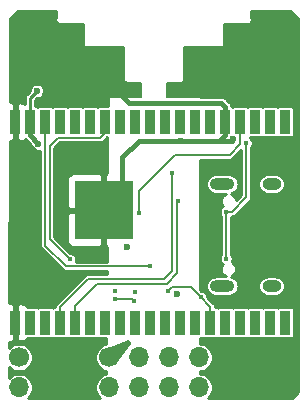
<source format=gbl>
G04 #@! TF.GenerationSoftware,KiCad,Pcbnew,5.1.9+dfsg1-1*
G04 #@! TF.CreationDate,2022-04-19T21:03:17+02:00*
G04 #@! TF.ProjectId,edgedriver,65646765-6472-4697-9665-722e6b696361,rev?*
G04 #@! TF.SameCoordinates,Original*
G04 #@! TF.FileFunction,Copper,L4,Bot*
G04 #@! TF.FilePolarity,Positive*
%FSLAX46Y46*%
G04 Gerber Fmt 4.6, Leading zero omitted, Abs format (unit mm)*
G04 Created by KiCad (PCBNEW 5.1.9+dfsg1-1) date 2022-04-19 21:03:17*
%MOMM*%
%LPD*%
G01*
G04 APERTURE LIST*
G04 #@! TA.AperFunction,ComponentPad*
%ADD10O,1.600000X1.000000*%
G04 #@! TD*
G04 #@! TA.AperFunction,ComponentPad*
%ADD11O,2.100000X1.000000*%
G04 #@! TD*
G04 #@! TA.AperFunction,SMDPad,CuDef*
%ADD12R,0.900000X2.000000*%
G04 #@! TD*
G04 #@! TA.AperFunction,SMDPad,CuDef*
%ADD13R,5.000000X5.000000*%
G04 #@! TD*
G04 #@! TA.AperFunction,ComponentPad*
%ADD14C,1.700000*%
G04 #@! TD*
G04 #@! TA.AperFunction,ComponentPad*
%ADD15O,1.700000X1.700000*%
G04 #@! TD*
G04 #@! TA.AperFunction,ViaPad*
%ADD16C,0.600000*%
G04 #@! TD*
G04 #@! TA.AperFunction,ViaPad*
%ADD17C,0.450000*%
G04 #@! TD*
G04 #@! TA.AperFunction,Conductor*
%ADD18C,0.250000*%
G04 #@! TD*
G04 #@! TA.AperFunction,Conductor*
%ADD19C,0.400000*%
G04 #@! TD*
G04 #@! TA.AperFunction,Conductor*
%ADD20C,0.240000*%
G04 #@! TD*
G04 #@! TA.AperFunction,Conductor*
%ADD21C,0.200000*%
G04 #@! TD*
G04 #@! TA.AperFunction,Conductor*
%ADD22C,0.150000*%
G04 #@! TD*
G04 #@! TA.AperFunction,Conductor*
%ADD23C,0.100000*%
G04 #@! TD*
G04 #@! TA.AperFunction,Conductor*
%ADD24C,0.254000*%
G04 #@! TD*
G04 APERTURE END LIST*
D10*
X9950000Y17220000D03*
X9950000Y8580000D03*
D11*
X5770000Y8580000D03*
X5770000Y17220000D03*
D12*
X-11760000Y22500000D03*
X-10490000Y22500000D03*
X-9220000Y22500000D03*
X-7950000Y22500000D03*
X-6680000Y22500000D03*
X-5410000Y22500000D03*
X-4140000Y22500000D03*
X-2870000Y22500000D03*
X-1600000Y22500000D03*
X-330000Y22500000D03*
X940000Y22500000D03*
X2210000Y22500000D03*
X3480000Y22500000D03*
X4750000Y22500000D03*
X6020000Y22500000D03*
X7290000Y22500000D03*
X8560000Y22500000D03*
X9830000Y22500000D03*
X11100000Y22500000D03*
X11100000Y5500000D03*
X9830000Y5500000D03*
X8560000Y5500000D03*
X7290000Y5500000D03*
X6020000Y5500000D03*
X4750000Y5500000D03*
X3480000Y5500000D03*
X2210000Y5500000D03*
X940000Y5500000D03*
X-330000Y5500000D03*
X-1600000Y5500000D03*
X-2870000Y5500000D03*
X-4140000Y5500000D03*
X-5410000Y5500000D03*
X-6680000Y5500000D03*
X-7950000Y5500000D03*
X-9220000Y5500000D03*
X-10490000Y5500000D03*
X-11760000Y5500000D03*
D13*
X-4260000Y15000000D03*
D14*
X-11430000Y2540000D03*
D15*
X-11430000Y0D03*
D14*
X-3810000Y2540000D03*
D15*
X-1270000Y2540000D03*
X1270000Y2540000D03*
X3810000Y2540000D03*
D14*
X-8890000Y0D03*
D15*
X-6350000Y0D03*
X-3810000Y0D03*
X-1270000Y0D03*
X1270000Y0D03*
X3810000Y0D03*
X6350000Y0D03*
X8890000Y0D03*
D16*
X-4000000Y26000000D03*
X-5500000Y26000000D03*
X-7000000Y26000000D03*
X-7000000Y27500000D03*
X-5500000Y27500000D03*
X-4000000Y27500000D03*
X-7000000Y29000000D03*
X-8500000Y27500000D03*
X-8500000Y29000000D03*
X-8500000Y26000000D03*
X2300000Y20900000D03*
X6700000Y21000000D03*
X-11600000Y15800000D03*
X-6300000Y14200000D03*
X-11290000Y7300000D03*
X-10000000Y7300000D03*
X-2300000Y11900000D03*
X-10000000Y14600000D03*
D17*
X-5850000Y10750000D03*
D16*
X-10400000Y12900000D03*
X-11900000Y12900000D03*
X-11450000Y11300000D03*
X-9900000Y11350000D03*
X-9650000Y3650000D03*
D17*
X-7400000Y8500000D03*
D16*
X-2700000Y14200000D03*
X1900000Y7900000D03*
X-8100000Y18550000D03*
X-8100000Y17050000D03*
X-4900000Y17000000D03*
X-4900000Y18550000D03*
D17*
X-3300000Y8200000D03*
X-1650000Y8050000D03*
X6100000Y14900000D03*
X6100000Y10900000D03*
X7800000Y20700000D03*
D16*
X8500000Y27500000D03*
X7000000Y27500000D03*
X7000000Y29000000D03*
X7000000Y26000000D03*
X8500000Y29000000D03*
X5500000Y27500000D03*
X5500000Y26000000D03*
X8500000Y26000000D03*
X10350000Y9800000D03*
X6950000Y10750000D03*
X9400000Y7500000D03*
X6600000Y3900000D03*
X9400000Y4000000D03*
X11400000Y3900000D03*
X-9900000Y25100000D03*
X-9795000Y20650000D03*
D17*
X-354990Y10250000D03*
X-2300000Y3800000D03*
X-3300000Y7500000D03*
X-1700000Y7350000D03*
X1212203Y8129265D03*
X3942500Y7642500D03*
X2010000Y15770000D03*
X1500000Y18160000D03*
X-7150000Y10850000D03*
X-1270010Y14800000D03*
D18*
X-11760000Y5500000D02*
X-11760000Y6240000D01*
D19*
X-4000000Y26000000D02*
X-2100000Y24100000D01*
X5700000Y24100000D02*
X-2100000Y24100000D01*
X6020000Y23780000D02*
X5700000Y24100000D01*
X6020000Y23780000D02*
X6020000Y22500000D01*
X-10100000Y26000000D02*
X-8500000Y26000000D01*
X-11700000Y24400000D02*
X-10100000Y26000000D01*
X6020000Y22500000D02*
X6020000Y23365996D01*
X2300000Y20900000D02*
X2290000Y20900000D01*
D20*
X2290000Y20900000D02*
X2290000Y20800000D01*
X2290000Y20800000D02*
X2290000Y20800000D01*
D19*
X2300000Y20900000D02*
X5400000Y20900000D01*
X5400000Y20900000D02*
X5500000Y20900000D01*
X6020000Y21420000D02*
X6020000Y22500000D01*
X5500000Y20900000D02*
X6020000Y21420000D01*
X5400000Y20900000D02*
X6600000Y20900000D01*
X6600000Y20900000D02*
X6700000Y21000000D01*
D20*
X-11760000Y24340000D02*
X-11760000Y22500000D01*
X-11700000Y24400000D02*
X-11760000Y24340000D01*
D19*
X-8890000Y0D02*
X-8890000Y1970000D01*
X-11760000Y4010000D02*
X-11760000Y5500000D01*
X-11590000Y3840000D02*
X-11760000Y4010000D01*
X-10760000Y3840000D02*
X-11590000Y3840000D01*
X-8890000Y1970000D02*
X-10760000Y3840000D01*
X-11760000Y22500000D02*
X-11760000Y15960000D01*
X-11760000Y15960000D02*
X-11600000Y15800000D01*
D20*
X-4260000Y15000000D02*
X-5000000Y15000000D01*
X-11600000Y15800000D02*
X-11200000Y15800000D01*
X-11200000Y15800000D02*
X-10000000Y14600000D01*
D19*
X-2700000Y16560000D02*
X-4260000Y15000000D01*
X-2700000Y19500000D02*
X-2700000Y16560000D01*
X-1300000Y20900000D02*
X-2700000Y19500000D01*
X2300000Y20900000D02*
X-1300000Y20900000D01*
D21*
X6100000Y14900000D02*
X6100000Y10900000D01*
X7800000Y20700000D02*
X7800000Y16100000D01*
X7800000Y16100000D02*
X6600000Y14900000D01*
X6100000Y14900000D02*
X6600000Y14900000D01*
D20*
X10000000Y9900000D02*
X11500000Y9900000D01*
D19*
X-10500000Y22490000D02*
X-10490000Y22500000D01*
X-10490000Y22500000D02*
X-10600000Y22390000D01*
D20*
X-10490000Y24510000D02*
X-10490000Y22500000D01*
X-9900000Y25100000D02*
X-10490000Y24510000D01*
D19*
X-10490000Y21345000D02*
X-9795000Y20650000D01*
X-10490000Y22500000D02*
X-10490000Y21345000D01*
D22*
X-9220000Y12020000D02*
X-7450000Y10250000D01*
X-7450000Y10250000D02*
X-354990Y10250000D01*
X-9220000Y22500000D02*
X-9220000Y12020000D01*
X-3370000Y2540000D02*
X-3810000Y2540000D01*
X-3560000Y2540000D02*
X-3810000Y2540000D01*
X-2300000Y3800000D02*
X-3560000Y2540000D01*
X-1850000Y7500000D02*
X-1700000Y7350000D01*
X-3300000Y7500000D02*
X-1850000Y7500000D01*
X4750000Y6835000D02*
X3942500Y7642500D01*
X4750000Y5500000D02*
X4750000Y6835000D01*
X3109999Y8475001D02*
X3942500Y7642500D01*
X1557939Y8475001D02*
X3109999Y8475001D01*
X1212203Y8129265D02*
X1557939Y8475001D01*
D18*
X-6680000Y6420000D02*
X-6680000Y5500000D01*
X-6680000Y6420000D02*
X-6680000Y5500000D01*
D22*
X-6680000Y6920000D02*
X-6680000Y5500000D01*
X-4800000Y8800000D02*
X-6680000Y6920000D01*
X1100000Y8800000D02*
X-4800000Y8800000D01*
X1970000Y9670000D02*
X1100000Y8800000D01*
X1970000Y15730000D02*
X1970000Y9670000D01*
X2010000Y15770000D02*
X1970000Y15730000D01*
X-7950000Y6850000D02*
X-7950000Y5500000D01*
X-5600000Y9200000D02*
X-7950000Y6850000D01*
X1500000Y18160000D02*
X1500000Y9900000D01*
X1500000Y9900000D02*
X800000Y9200000D01*
X800000Y9200000D02*
X-5600000Y9200000D01*
X-4140000Y21560000D02*
X-4140000Y22500000D01*
X-4550000Y21150000D02*
X-4140000Y21560000D01*
X-8150000Y21150000D02*
X-4550000Y21150000D01*
X-8850000Y20450000D02*
X-8150000Y21150000D01*
X-8850000Y12550000D02*
X-8850000Y20450000D01*
X-7150000Y10850000D02*
X-8850000Y12550000D01*
X7290000Y20590000D02*
X6400000Y19700000D01*
X7290000Y22500000D02*
X7290000Y20590000D01*
X1800000Y19700000D02*
X-1270010Y16629990D01*
X-1270010Y16629990D02*
X-1270010Y14800000D01*
X6400000Y19700000D02*
X1800000Y19700000D01*
D21*
X-8225000Y31285151D02*
X-8243508Y31262598D01*
X-8270569Y31211972D01*
X-8287232Y31157038D01*
X-8292859Y31099910D01*
X-8287232Y31042782D01*
X-8270569Y30987848D01*
X-8243508Y30937222D01*
X-8207091Y30892847D01*
X-8162716Y30856430D01*
X-8112090Y30829369D01*
X-8057156Y30812706D01*
X-8014343Y30808489D01*
X-5941204Y30808489D01*
X-5941205Y29114349D01*
X-5942615Y29100034D01*
X-5936988Y29042906D01*
X-5920325Y28987972D01*
X-5893264Y28937346D01*
X-5856847Y28892971D01*
X-5812472Y28856554D01*
X-5761846Y28829493D01*
X-5706912Y28812830D01*
X-5649784Y28807203D01*
X-5635469Y28808613D01*
X-2541412Y28808613D01*
X-2541413Y26114013D01*
X-2542823Y26099698D01*
X-2537196Y26042570D01*
X-2520533Y25987636D01*
X-2493472Y25937010D01*
X-2457055Y25892635D01*
X-2412680Y25856218D01*
X-2362054Y25829157D01*
X-2307120Y25812494D01*
X-2249992Y25806867D01*
X-2235677Y25808277D01*
X-1100000Y25808277D01*
X-1100000Y24600000D01*
X-9568331Y24600000D01*
X-9517522Y24633950D01*
X-9433950Y24717522D01*
X-9368287Y24815793D01*
X-9323058Y24924986D01*
X-9300000Y25040905D01*
X-9300000Y25159095D01*
X-9323058Y25275014D01*
X-9368287Y25384207D01*
X-9433950Y25482478D01*
X-9517522Y25566050D01*
X-9615793Y25631713D01*
X-9724986Y25676942D01*
X-9840905Y25700000D01*
X-9900000Y25700000D01*
X-9900000Y31900000D01*
X-8225000Y31900000D01*
X-8225000Y31285151D01*
G04 #@! TA.AperFunction,Conductor*
D23*
G36*
X-8225000Y31285151D02*
G01*
X-8243508Y31262598D01*
X-8270569Y31211972D01*
X-8287232Y31157038D01*
X-8292859Y31099910D01*
X-8287232Y31042782D01*
X-8270569Y30987848D01*
X-8243508Y30937222D01*
X-8207091Y30892847D01*
X-8162716Y30856430D01*
X-8112090Y30829369D01*
X-8057156Y30812706D01*
X-8014343Y30808489D01*
X-5941204Y30808489D01*
X-5941205Y29114349D01*
X-5942615Y29100034D01*
X-5936988Y29042906D01*
X-5920325Y28987972D01*
X-5893264Y28937346D01*
X-5856847Y28892971D01*
X-5812472Y28856554D01*
X-5761846Y28829493D01*
X-5706912Y28812830D01*
X-5649784Y28807203D01*
X-5635469Y28808613D01*
X-2541412Y28808613D01*
X-2541413Y26114013D01*
X-2542823Y26099698D01*
X-2537196Y26042570D01*
X-2520533Y25987636D01*
X-2493472Y25937010D01*
X-2457055Y25892635D01*
X-2412680Y25856218D01*
X-2362054Y25829157D01*
X-2307120Y25812494D01*
X-2249992Y25806867D01*
X-2235677Y25808277D01*
X-1100000Y25808277D01*
X-1100000Y24600000D01*
X-9568331Y24600000D01*
X-9517522Y24633950D01*
X-9433950Y24717522D01*
X-9368287Y24815793D01*
X-9323058Y24924986D01*
X-9300000Y25040905D01*
X-9300000Y25159095D01*
X-9323058Y25275014D01*
X-9368287Y25384207D01*
X-9433950Y25482478D01*
X-9517522Y25566050D01*
X-9615793Y25631713D01*
X-9724986Y25676942D01*
X-9840905Y25700000D01*
X-9900000Y25700000D01*
X-9900000Y31900000D01*
X-8225000Y31900000D01*
X-8225000Y31285151D01*
G37*
G04 #@! TD.AperFunction*
D21*
X9900000Y24600000D02*
X5724560Y24600000D01*
X5700000Y24602419D01*
X5675440Y24600000D01*
X1100000Y24600000D01*
X1100000Y25808277D01*
X2235677Y25808277D01*
X2249992Y25806867D01*
X2307120Y25812494D01*
X2362054Y25829157D01*
X2412680Y25856218D01*
X2457055Y25892635D01*
X2493472Y25937010D01*
X2520533Y25987636D01*
X2537196Y26042570D01*
X2541413Y26085383D01*
X2542823Y26099698D01*
X2541413Y26114013D01*
X2541413Y28808613D01*
X5634952Y28808613D01*
X5649267Y28807203D01*
X5706395Y28812830D01*
X5761329Y28829493D01*
X5811955Y28856554D01*
X5856330Y28892971D01*
X5892747Y28937346D01*
X5919808Y28987972D01*
X5936471Y29042906D01*
X5940688Y29085719D01*
X5942098Y29100034D01*
X5940688Y29114349D01*
X5940688Y30808489D01*
X8013827Y30808489D01*
X8056640Y30812706D01*
X8111574Y30829369D01*
X8162200Y30856430D01*
X8206575Y30892847D01*
X8242992Y30937222D01*
X8270053Y30987848D01*
X8286716Y31042782D01*
X8292343Y31099910D01*
X8286716Y31157038D01*
X8270053Y31211972D01*
X8242992Y31262598D01*
X8225000Y31284522D01*
X8225000Y31900000D01*
X9900000Y31900000D01*
X9900000Y24600000D01*
G04 #@! TA.AperFunction,Conductor*
D23*
G36*
X9900000Y24600000D02*
G01*
X5724560Y24600000D01*
X5700000Y24602419D01*
X5675440Y24600000D01*
X1100000Y24600000D01*
X1100000Y25808277D01*
X2235677Y25808277D01*
X2249992Y25806867D01*
X2307120Y25812494D01*
X2362054Y25829157D01*
X2412680Y25856218D01*
X2457055Y25892635D01*
X2493472Y25937010D01*
X2520533Y25987636D01*
X2537196Y26042570D01*
X2541413Y26085383D01*
X2542823Y26099698D01*
X2541413Y26114013D01*
X2541413Y28808613D01*
X5634952Y28808613D01*
X5649267Y28807203D01*
X5706395Y28812830D01*
X5761329Y28829493D01*
X5811955Y28856554D01*
X5856330Y28892971D01*
X5892747Y28937346D01*
X5919808Y28987972D01*
X5936471Y29042906D01*
X5940688Y29085719D01*
X5942098Y29100034D01*
X5940688Y29114349D01*
X5940688Y30808489D01*
X8013827Y30808489D01*
X8056640Y30812706D01*
X8111574Y30829369D01*
X8162200Y30856430D01*
X8206575Y30892847D01*
X8242992Y30937222D01*
X8270053Y30987848D01*
X8286716Y31042782D01*
X8292343Y31099910D01*
X8286716Y31157038D01*
X8270053Y31211972D01*
X8242992Y31262598D01*
X8225000Y31284522D01*
X8225000Y31900000D01*
X9900000Y31900000D01*
X9900000Y24600000D01*
G37*
G04 #@! TD.AperFunction*
D24*
X12173000Y31247394D02*
X12173000Y-339486D01*
X11644487Y-868000D01*
X4606530Y-868000D01*
X4724236Y-750294D01*
X4853044Y-557519D01*
X4941769Y-343318D01*
X4987000Y-115924D01*
X4987000Y115924D01*
X4941769Y343318D01*
X4853044Y557519D01*
X4724236Y750294D01*
X4560294Y914236D01*
X4367519Y1043044D01*
X4153318Y1131769D01*
X3927000Y1176786D01*
X3927000Y1363214D01*
X4153318Y1408231D01*
X4367519Y1496956D01*
X4560294Y1625764D01*
X4724236Y1789706D01*
X4853044Y1982481D01*
X4941769Y2196682D01*
X4987000Y2424076D01*
X4987000Y2655924D01*
X4941769Y2883318D01*
X4853044Y3097519D01*
X4724236Y3290294D01*
X4560294Y3454236D01*
X4367519Y3583044D01*
X4153318Y3671769D01*
X3927000Y3716786D01*
X3927000Y4171418D01*
X3930000Y4171418D01*
X3994103Y4177732D01*
X4055743Y4196430D01*
X4112550Y4226794D01*
X4115000Y4228805D01*
X4117450Y4226794D01*
X4174257Y4196430D01*
X4235897Y4177732D01*
X4300000Y4171418D01*
X5200000Y4171418D01*
X5264103Y4177732D01*
X5325743Y4196430D01*
X5382550Y4226794D01*
X5385000Y4228805D01*
X5387450Y4226794D01*
X5444257Y4196430D01*
X5505897Y4177732D01*
X5570000Y4171418D01*
X6470000Y4171418D01*
X6534103Y4177732D01*
X6595743Y4196430D01*
X6652550Y4226794D01*
X6655000Y4228805D01*
X6657450Y4226794D01*
X6714257Y4196430D01*
X6775897Y4177732D01*
X6840000Y4171418D01*
X7740000Y4171418D01*
X7804103Y4177732D01*
X7865743Y4196430D01*
X7922550Y4226794D01*
X7925000Y4228805D01*
X7927450Y4226794D01*
X7984257Y4196430D01*
X8045897Y4177732D01*
X8110000Y4171418D01*
X9010000Y4171418D01*
X9074103Y4177732D01*
X9135743Y4196430D01*
X9192550Y4226794D01*
X9195000Y4228805D01*
X9197450Y4226794D01*
X9254257Y4196430D01*
X9315897Y4177732D01*
X9380000Y4171418D01*
X10280000Y4171418D01*
X10344103Y4177732D01*
X10405743Y4196430D01*
X10462550Y4226794D01*
X10465000Y4228805D01*
X10467450Y4226794D01*
X10524257Y4196430D01*
X10585897Y4177732D01*
X10650000Y4171418D01*
X11550000Y4171418D01*
X11614103Y4177732D01*
X11675743Y4196430D01*
X11732550Y4226794D01*
X11782343Y4267657D01*
X11823206Y4317450D01*
X11853570Y4374257D01*
X11872268Y4435897D01*
X11878582Y4500000D01*
X11878582Y6500000D01*
X11872268Y6564103D01*
X11853570Y6625743D01*
X11823206Y6682550D01*
X11782343Y6732343D01*
X11732550Y6773206D01*
X11675743Y6803570D01*
X11614103Y6822268D01*
X11550000Y6828582D01*
X10650000Y6828582D01*
X10585897Y6822268D01*
X10524257Y6803570D01*
X10467450Y6773206D01*
X10465000Y6771195D01*
X10462550Y6773206D01*
X10405743Y6803570D01*
X10344103Y6822268D01*
X10280000Y6828582D01*
X9380000Y6828582D01*
X9315897Y6822268D01*
X9254257Y6803570D01*
X9197450Y6773206D01*
X9195000Y6771195D01*
X9192550Y6773206D01*
X9135743Y6803570D01*
X9074103Y6822268D01*
X9010000Y6828582D01*
X8110000Y6828582D01*
X8045897Y6822268D01*
X7984257Y6803570D01*
X7927450Y6773206D01*
X7925000Y6771195D01*
X7922550Y6773206D01*
X7865743Y6803570D01*
X7804103Y6822268D01*
X7740000Y6828582D01*
X6840000Y6828582D01*
X6775897Y6822268D01*
X6714257Y6803570D01*
X6657450Y6773206D01*
X6655000Y6771195D01*
X6652550Y6773206D01*
X6595743Y6803570D01*
X6534103Y6822268D01*
X6470000Y6828582D01*
X5570000Y6828582D01*
X5505897Y6822268D01*
X5444257Y6803570D01*
X5387450Y6773206D01*
X5385000Y6771195D01*
X5382550Y6773206D01*
X5325743Y6803570D01*
X5264103Y6822268D01*
X5200000Y6828582D01*
X5153312Y6828582D01*
X5153944Y6835001D01*
X5152000Y6854740D01*
X5152000Y6854747D01*
X5146183Y6913806D01*
X5123197Y6989583D01*
X5085868Y7059420D01*
X5035632Y7120632D01*
X5020295Y7133219D01*
X4494500Y7659013D01*
X4494500Y7696867D01*
X4473287Y7803512D01*
X4431676Y7903970D01*
X4371266Y7994380D01*
X4294380Y8071266D01*
X4203970Y8131676D01*
X4103512Y8173287D01*
X3996867Y8194500D01*
X3959014Y8194500D01*
X3927000Y8226514D01*
X3927000Y19298000D01*
X6380261Y19298000D01*
X6400000Y19296056D01*
X6419739Y19298000D01*
X6419747Y19298000D01*
X6478806Y19303817D01*
X6554583Y19326803D01*
X6624420Y19364132D01*
X6685632Y19414368D01*
X6698223Y19429710D01*
X7373000Y20104486D01*
X7373001Y16276871D01*
X6951726Y15855595D01*
X6926944Y15980181D01*
X6877795Y16098838D01*
X6806442Y16205626D01*
X6715626Y16296442D01*
X6608838Y16367795D01*
X6503466Y16411441D01*
X6638010Y16452255D01*
X6781679Y16529048D01*
X6907606Y16632394D01*
X7010952Y16758321D01*
X7087745Y16901990D01*
X7135034Y17057880D01*
X7151001Y17220000D01*
X7135034Y17382120D01*
X7087745Y17538010D01*
X7010952Y17681679D01*
X6907606Y17807606D01*
X6781679Y17910952D01*
X6638010Y17987745D01*
X6482120Y18035034D01*
X6360624Y18047000D01*
X5179376Y18047000D01*
X5057880Y18035034D01*
X4901990Y17987745D01*
X4758321Y17910952D01*
X4632394Y17807606D01*
X4529048Y17681679D01*
X4452255Y17538010D01*
X4404966Y17382120D01*
X4388999Y17220000D01*
X4404966Y17057880D01*
X4452255Y16901990D01*
X4529048Y16758321D01*
X4632394Y16632394D01*
X4758321Y16529048D01*
X4901990Y16452255D01*
X5057880Y16404966D01*
X5179376Y16393000D01*
X6052013Y16393000D01*
X5991162Y16367795D01*
X5884374Y16296442D01*
X5793558Y16205626D01*
X5722205Y16098838D01*
X5673056Y15980181D01*
X5648000Y15854216D01*
X5648000Y15725784D01*
X5673056Y15599819D01*
X5722205Y15481162D01*
X5793558Y15374374D01*
X5802698Y15365234D01*
X5748120Y15328766D01*
X5671234Y15251880D01*
X5610824Y15161470D01*
X5569213Y15061012D01*
X5548000Y14954367D01*
X5548000Y14845633D01*
X5569213Y14738988D01*
X5610824Y14638530D01*
X5671234Y14548120D01*
X5673000Y14546354D01*
X5673001Y11253647D01*
X5671234Y11251880D01*
X5610824Y11161470D01*
X5569213Y11061012D01*
X5548000Y10954367D01*
X5548000Y10845633D01*
X5569213Y10738988D01*
X5610824Y10638530D01*
X5671234Y10548120D01*
X5748120Y10471234D01*
X5802698Y10434766D01*
X5793558Y10425626D01*
X5722205Y10318838D01*
X5673056Y10200181D01*
X5648000Y10074216D01*
X5648000Y9945784D01*
X5673056Y9819819D01*
X5722205Y9701162D01*
X5793558Y9594374D01*
X5884374Y9503558D01*
X5991162Y9432205D01*
X6052013Y9407000D01*
X5179376Y9407000D01*
X5057880Y9395034D01*
X4901990Y9347745D01*
X4758321Y9270952D01*
X4632394Y9167606D01*
X4529048Y9041679D01*
X4452255Y8898010D01*
X4404966Y8742120D01*
X4388999Y8580000D01*
X4404966Y8417880D01*
X4452255Y8261990D01*
X4529048Y8118321D01*
X4632394Y7992394D01*
X4758321Y7889048D01*
X4901990Y7812255D01*
X5057880Y7764966D01*
X5179376Y7753000D01*
X6360624Y7753000D01*
X6482120Y7764966D01*
X6638010Y7812255D01*
X6781679Y7889048D01*
X6907606Y7992394D01*
X7010952Y8118321D01*
X7087745Y8261990D01*
X7135034Y8417880D01*
X7151001Y8580000D01*
X8818999Y8580000D01*
X8834966Y8417880D01*
X8882255Y8261990D01*
X8959048Y8118321D01*
X9062394Y7992394D01*
X9188321Y7889048D01*
X9331990Y7812255D01*
X9487880Y7764966D01*
X9609376Y7753000D01*
X10290624Y7753000D01*
X10412120Y7764966D01*
X10568010Y7812255D01*
X10711679Y7889048D01*
X10837606Y7992394D01*
X10940952Y8118321D01*
X11017745Y8261990D01*
X11065034Y8417880D01*
X11081001Y8580000D01*
X11065034Y8742120D01*
X11017745Y8898010D01*
X10940952Y9041679D01*
X10837606Y9167606D01*
X10711679Y9270952D01*
X10568010Y9347745D01*
X10412120Y9395034D01*
X10290624Y9407000D01*
X9609376Y9407000D01*
X9487880Y9395034D01*
X9331990Y9347745D01*
X9188321Y9270952D01*
X9062394Y9167606D01*
X8959048Y9041679D01*
X8882255Y8898010D01*
X8834966Y8742120D01*
X8818999Y8580000D01*
X7151001Y8580000D01*
X7135034Y8742120D01*
X7087745Y8898010D01*
X7010952Y9041679D01*
X6907606Y9167606D01*
X6781679Y9270952D01*
X6638010Y9347745D01*
X6503466Y9388559D01*
X6608838Y9432205D01*
X6715626Y9503558D01*
X6806442Y9594374D01*
X6877795Y9701162D01*
X6926944Y9819819D01*
X6952000Y9945784D01*
X6952000Y10074216D01*
X6926944Y10200181D01*
X6877795Y10318838D01*
X6806442Y10425626D01*
X6715626Y10516442D01*
X6608838Y10587795D01*
X6566887Y10605172D01*
X6589176Y10638530D01*
X6630787Y10738988D01*
X6652000Y10845633D01*
X6652000Y10954367D01*
X6630787Y11061012D01*
X6589176Y11161470D01*
X6528766Y11251880D01*
X6527000Y11253646D01*
X6527000Y14473000D01*
X6579033Y14473000D01*
X6600000Y14470935D01*
X6620967Y14473000D01*
X6620978Y14473000D01*
X6683707Y14479178D01*
X6764196Y14503595D01*
X6838376Y14543245D01*
X6903395Y14596605D01*
X6916768Y14612900D01*
X8087111Y15783241D01*
X8103395Y15796605D01*
X8116759Y15812889D01*
X8116768Y15812898D01*
X8156755Y15861623D01*
X8196404Y15935803D01*
X8196405Y15935804D01*
X8220822Y16016293D01*
X8227000Y16079022D01*
X8227000Y16079034D01*
X8229065Y16099999D01*
X8227000Y16120964D01*
X8227000Y17220000D01*
X8818999Y17220000D01*
X8834966Y17057880D01*
X8882255Y16901990D01*
X8959048Y16758321D01*
X9062394Y16632394D01*
X9188321Y16529048D01*
X9331990Y16452255D01*
X9487880Y16404966D01*
X9609376Y16393000D01*
X10290624Y16393000D01*
X10412120Y16404966D01*
X10568010Y16452255D01*
X10711679Y16529048D01*
X10837606Y16632394D01*
X10940952Y16758321D01*
X11017745Y16901990D01*
X11065034Y17057880D01*
X11081001Y17220000D01*
X11065034Y17382120D01*
X11017745Y17538010D01*
X10940952Y17681679D01*
X10837606Y17807606D01*
X10711679Y17910952D01*
X10568010Y17987745D01*
X10412120Y18035034D01*
X10290624Y18047000D01*
X9609376Y18047000D01*
X9487880Y18035034D01*
X9331990Y17987745D01*
X9188321Y17910952D01*
X9062394Y17807606D01*
X8959048Y17681679D01*
X8882255Y17538010D01*
X8834966Y17382120D01*
X8818999Y17220000D01*
X8227000Y17220000D01*
X8227000Y20346354D01*
X8228766Y20348120D01*
X8289176Y20438530D01*
X8330787Y20538988D01*
X8352000Y20645633D01*
X8352000Y20754367D01*
X8330787Y20861012D01*
X8289176Y20961470D01*
X8228766Y21051880D01*
X8151880Y21128766D01*
X8084251Y21173954D01*
X8110000Y21171418D01*
X9010000Y21171418D01*
X9074103Y21177732D01*
X9135743Y21196430D01*
X9192550Y21226794D01*
X9195000Y21228805D01*
X9197450Y21226794D01*
X9254257Y21196430D01*
X9315897Y21177732D01*
X9380000Y21171418D01*
X10280000Y21171418D01*
X10344103Y21177732D01*
X10405743Y21196430D01*
X10462550Y21226794D01*
X10465000Y21228805D01*
X10467450Y21226794D01*
X10524257Y21196430D01*
X10585897Y21177732D01*
X10650000Y21171418D01*
X11550000Y21171418D01*
X11614103Y21177732D01*
X11675743Y21196430D01*
X11732550Y21226794D01*
X11782343Y21267657D01*
X11823206Y21317450D01*
X11853570Y21374257D01*
X11872268Y21435897D01*
X11878582Y21500000D01*
X11878582Y23500000D01*
X11872268Y23564103D01*
X11853570Y23625743D01*
X11823206Y23682550D01*
X11782343Y23732343D01*
X11732550Y23773206D01*
X11675743Y23803570D01*
X11614103Y23822268D01*
X11550000Y23828582D01*
X10650000Y23828582D01*
X10585897Y23822268D01*
X10524257Y23803570D01*
X10467450Y23773206D01*
X10465000Y23771195D01*
X10462550Y23773206D01*
X10405743Y23803570D01*
X10344103Y23822268D01*
X10280000Y23828582D01*
X9380000Y23828582D01*
X9315897Y23822268D01*
X9254257Y23803570D01*
X9197450Y23773206D01*
X9195000Y23771195D01*
X9192550Y23773206D01*
X9135743Y23803570D01*
X9074103Y23822268D01*
X9010000Y23828582D01*
X8110000Y23828582D01*
X8045897Y23822268D01*
X7984257Y23803570D01*
X7927450Y23773206D01*
X7925000Y23771195D01*
X7922550Y23773206D01*
X7865743Y23803570D01*
X7804103Y23822268D01*
X7740000Y23828582D01*
X6840000Y23828582D01*
X6775897Y23822268D01*
X6714257Y23803570D01*
X6657450Y23773206D01*
X6655000Y23771195D01*
X6652550Y23773206D01*
X6595743Y23803570D01*
X6545733Y23818740D01*
X6544764Y23828582D01*
X6539374Y23883310D01*
X6509239Y23982650D01*
X6460304Y24074202D01*
X6394448Y24154448D01*
X6374334Y24170955D01*
X6090955Y24454334D01*
X6074448Y24474448D01*
X5994202Y24540304D01*
X5902650Y24589239D01*
X5803310Y24619374D01*
X5725881Y24627000D01*
X5700000Y24629549D01*
X5674119Y24627000D01*
X3927000Y24627000D01*
X3927000Y25341353D01*
X9282355Y29903322D01*
X9299634Y29921246D01*
X9313083Y29942197D01*
X9322187Y29965369D01*
X9327000Y30000000D01*
X9327000Y31873000D01*
X11547394Y31873000D01*
X12173000Y31247394D01*
G04 #@! TA.AperFunction,Conductor*
D23*
G36*
X12173000Y31247394D02*
G01*
X12173000Y-339486D01*
X11644487Y-868000D01*
X4606530Y-868000D01*
X4724236Y-750294D01*
X4853044Y-557519D01*
X4941769Y-343318D01*
X4987000Y-115924D01*
X4987000Y115924D01*
X4941769Y343318D01*
X4853044Y557519D01*
X4724236Y750294D01*
X4560294Y914236D01*
X4367519Y1043044D01*
X4153318Y1131769D01*
X3927000Y1176786D01*
X3927000Y1363214D01*
X4153318Y1408231D01*
X4367519Y1496956D01*
X4560294Y1625764D01*
X4724236Y1789706D01*
X4853044Y1982481D01*
X4941769Y2196682D01*
X4987000Y2424076D01*
X4987000Y2655924D01*
X4941769Y2883318D01*
X4853044Y3097519D01*
X4724236Y3290294D01*
X4560294Y3454236D01*
X4367519Y3583044D01*
X4153318Y3671769D01*
X3927000Y3716786D01*
X3927000Y4171418D01*
X3930000Y4171418D01*
X3994103Y4177732D01*
X4055743Y4196430D01*
X4112550Y4226794D01*
X4115000Y4228805D01*
X4117450Y4226794D01*
X4174257Y4196430D01*
X4235897Y4177732D01*
X4300000Y4171418D01*
X5200000Y4171418D01*
X5264103Y4177732D01*
X5325743Y4196430D01*
X5382550Y4226794D01*
X5385000Y4228805D01*
X5387450Y4226794D01*
X5444257Y4196430D01*
X5505897Y4177732D01*
X5570000Y4171418D01*
X6470000Y4171418D01*
X6534103Y4177732D01*
X6595743Y4196430D01*
X6652550Y4226794D01*
X6655000Y4228805D01*
X6657450Y4226794D01*
X6714257Y4196430D01*
X6775897Y4177732D01*
X6840000Y4171418D01*
X7740000Y4171418D01*
X7804103Y4177732D01*
X7865743Y4196430D01*
X7922550Y4226794D01*
X7925000Y4228805D01*
X7927450Y4226794D01*
X7984257Y4196430D01*
X8045897Y4177732D01*
X8110000Y4171418D01*
X9010000Y4171418D01*
X9074103Y4177732D01*
X9135743Y4196430D01*
X9192550Y4226794D01*
X9195000Y4228805D01*
X9197450Y4226794D01*
X9254257Y4196430D01*
X9315897Y4177732D01*
X9380000Y4171418D01*
X10280000Y4171418D01*
X10344103Y4177732D01*
X10405743Y4196430D01*
X10462550Y4226794D01*
X10465000Y4228805D01*
X10467450Y4226794D01*
X10524257Y4196430D01*
X10585897Y4177732D01*
X10650000Y4171418D01*
X11550000Y4171418D01*
X11614103Y4177732D01*
X11675743Y4196430D01*
X11732550Y4226794D01*
X11782343Y4267657D01*
X11823206Y4317450D01*
X11853570Y4374257D01*
X11872268Y4435897D01*
X11878582Y4500000D01*
X11878582Y6500000D01*
X11872268Y6564103D01*
X11853570Y6625743D01*
X11823206Y6682550D01*
X11782343Y6732343D01*
X11732550Y6773206D01*
X11675743Y6803570D01*
X11614103Y6822268D01*
X11550000Y6828582D01*
X10650000Y6828582D01*
X10585897Y6822268D01*
X10524257Y6803570D01*
X10467450Y6773206D01*
X10465000Y6771195D01*
X10462550Y6773206D01*
X10405743Y6803570D01*
X10344103Y6822268D01*
X10280000Y6828582D01*
X9380000Y6828582D01*
X9315897Y6822268D01*
X9254257Y6803570D01*
X9197450Y6773206D01*
X9195000Y6771195D01*
X9192550Y6773206D01*
X9135743Y6803570D01*
X9074103Y6822268D01*
X9010000Y6828582D01*
X8110000Y6828582D01*
X8045897Y6822268D01*
X7984257Y6803570D01*
X7927450Y6773206D01*
X7925000Y6771195D01*
X7922550Y6773206D01*
X7865743Y6803570D01*
X7804103Y6822268D01*
X7740000Y6828582D01*
X6840000Y6828582D01*
X6775897Y6822268D01*
X6714257Y6803570D01*
X6657450Y6773206D01*
X6655000Y6771195D01*
X6652550Y6773206D01*
X6595743Y6803570D01*
X6534103Y6822268D01*
X6470000Y6828582D01*
X5570000Y6828582D01*
X5505897Y6822268D01*
X5444257Y6803570D01*
X5387450Y6773206D01*
X5385000Y6771195D01*
X5382550Y6773206D01*
X5325743Y6803570D01*
X5264103Y6822268D01*
X5200000Y6828582D01*
X5153312Y6828582D01*
X5153944Y6835001D01*
X5152000Y6854740D01*
X5152000Y6854747D01*
X5146183Y6913806D01*
X5123197Y6989583D01*
X5085868Y7059420D01*
X5035632Y7120632D01*
X5020295Y7133219D01*
X4494500Y7659013D01*
X4494500Y7696867D01*
X4473287Y7803512D01*
X4431676Y7903970D01*
X4371266Y7994380D01*
X4294380Y8071266D01*
X4203970Y8131676D01*
X4103512Y8173287D01*
X3996867Y8194500D01*
X3959014Y8194500D01*
X3927000Y8226514D01*
X3927000Y19298000D01*
X6380261Y19298000D01*
X6400000Y19296056D01*
X6419739Y19298000D01*
X6419747Y19298000D01*
X6478806Y19303817D01*
X6554583Y19326803D01*
X6624420Y19364132D01*
X6685632Y19414368D01*
X6698223Y19429710D01*
X7373000Y20104486D01*
X7373001Y16276871D01*
X6951726Y15855595D01*
X6926944Y15980181D01*
X6877795Y16098838D01*
X6806442Y16205626D01*
X6715626Y16296442D01*
X6608838Y16367795D01*
X6503466Y16411441D01*
X6638010Y16452255D01*
X6781679Y16529048D01*
X6907606Y16632394D01*
X7010952Y16758321D01*
X7087745Y16901990D01*
X7135034Y17057880D01*
X7151001Y17220000D01*
X7135034Y17382120D01*
X7087745Y17538010D01*
X7010952Y17681679D01*
X6907606Y17807606D01*
X6781679Y17910952D01*
X6638010Y17987745D01*
X6482120Y18035034D01*
X6360624Y18047000D01*
X5179376Y18047000D01*
X5057880Y18035034D01*
X4901990Y17987745D01*
X4758321Y17910952D01*
X4632394Y17807606D01*
X4529048Y17681679D01*
X4452255Y17538010D01*
X4404966Y17382120D01*
X4388999Y17220000D01*
X4404966Y17057880D01*
X4452255Y16901990D01*
X4529048Y16758321D01*
X4632394Y16632394D01*
X4758321Y16529048D01*
X4901990Y16452255D01*
X5057880Y16404966D01*
X5179376Y16393000D01*
X6052013Y16393000D01*
X5991162Y16367795D01*
X5884374Y16296442D01*
X5793558Y16205626D01*
X5722205Y16098838D01*
X5673056Y15980181D01*
X5648000Y15854216D01*
X5648000Y15725784D01*
X5673056Y15599819D01*
X5722205Y15481162D01*
X5793558Y15374374D01*
X5802698Y15365234D01*
X5748120Y15328766D01*
X5671234Y15251880D01*
X5610824Y15161470D01*
X5569213Y15061012D01*
X5548000Y14954367D01*
X5548000Y14845633D01*
X5569213Y14738988D01*
X5610824Y14638530D01*
X5671234Y14548120D01*
X5673000Y14546354D01*
X5673001Y11253647D01*
X5671234Y11251880D01*
X5610824Y11161470D01*
X5569213Y11061012D01*
X5548000Y10954367D01*
X5548000Y10845633D01*
X5569213Y10738988D01*
X5610824Y10638530D01*
X5671234Y10548120D01*
X5748120Y10471234D01*
X5802698Y10434766D01*
X5793558Y10425626D01*
X5722205Y10318838D01*
X5673056Y10200181D01*
X5648000Y10074216D01*
X5648000Y9945784D01*
X5673056Y9819819D01*
X5722205Y9701162D01*
X5793558Y9594374D01*
X5884374Y9503558D01*
X5991162Y9432205D01*
X6052013Y9407000D01*
X5179376Y9407000D01*
X5057880Y9395034D01*
X4901990Y9347745D01*
X4758321Y9270952D01*
X4632394Y9167606D01*
X4529048Y9041679D01*
X4452255Y8898010D01*
X4404966Y8742120D01*
X4388999Y8580000D01*
X4404966Y8417880D01*
X4452255Y8261990D01*
X4529048Y8118321D01*
X4632394Y7992394D01*
X4758321Y7889048D01*
X4901990Y7812255D01*
X5057880Y7764966D01*
X5179376Y7753000D01*
X6360624Y7753000D01*
X6482120Y7764966D01*
X6638010Y7812255D01*
X6781679Y7889048D01*
X6907606Y7992394D01*
X7010952Y8118321D01*
X7087745Y8261990D01*
X7135034Y8417880D01*
X7151001Y8580000D01*
X8818999Y8580000D01*
X8834966Y8417880D01*
X8882255Y8261990D01*
X8959048Y8118321D01*
X9062394Y7992394D01*
X9188321Y7889048D01*
X9331990Y7812255D01*
X9487880Y7764966D01*
X9609376Y7753000D01*
X10290624Y7753000D01*
X10412120Y7764966D01*
X10568010Y7812255D01*
X10711679Y7889048D01*
X10837606Y7992394D01*
X10940952Y8118321D01*
X11017745Y8261990D01*
X11065034Y8417880D01*
X11081001Y8580000D01*
X11065034Y8742120D01*
X11017745Y8898010D01*
X10940952Y9041679D01*
X10837606Y9167606D01*
X10711679Y9270952D01*
X10568010Y9347745D01*
X10412120Y9395034D01*
X10290624Y9407000D01*
X9609376Y9407000D01*
X9487880Y9395034D01*
X9331990Y9347745D01*
X9188321Y9270952D01*
X9062394Y9167606D01*
X8959048Y9041679D01*
X8882255Y8898010D01*
X8834966Y8742120D01*
X8818999Y8580000D01*
X7151001Y8580000D01*
X7135034Y8742120D01*
X7087745Y8898010D01*
X7010952Y9041679D01*
X6907606Y9167606D01*
X6781679Y9270952D01*
X6638010Y9347745D01*
X6503466Y9388559D01*
X6608838Y9432205D01*
X6715626Y9503558D01*
X6806442Y9594374D01*
X6877795Y9701162D01*
X6926944Y9819819D01*
X6952000Y9945784D01*
X6952000Y10074216D01*
X6926944Y10200181D01*
X6877795Y10318838D01*
X6806442Y10425626D01*
X6715626Y10516442D01*
X6608838Y10587795D01*
X6566887Y10605172D01*
X6589176Y10638530D01*
X6630787Y10738988D01*
X6652000Y10845633D01*
X6652000Y10954367D01*
X6630787Y11061012D01*
X6589176Y11161470D01*
X6528766Y11251880D01*
X6527000Y11253646D01*
X6527000Y14473000D01*
X6579033Y14473000D01*
X6600000Y14470935D01*
X6620967Y14473000D01*
X6620978Y14473000D01*
X6683707Y14479178D01*
X6764196Y14503595D01*
X6838376Y14543245D01*
X6903395Y14596605D01*
X6916768Y14612900D01*
X8087111Y15783241D01*
X8103395Y15796605D01*
X8116759Y15812889D01*
X8116768Y15812898D01*
X8156755Y15861623D01*
X8196404Y15935803D01*
X8196405Y15935804D01*
X8220822Y16016293D01*
X8227000Y16079022D01*
X8227000Y16079034D01*
X8229065Y16099999D01*
X8227000Y16120964D01*
X8227000Y17220000D01*
X8818999Y17220000D01*
X8834966Y17057880D01*
X8882255Y16901990D01*
X8959048Y16758321D01*
X9062394Y16632394D01*
X9188321Y16529048D01*
X9331990Y16452255D01*
X9487880Y16404966D01*
X9609376Y16393000D01*
X10290624Y16393000D01*
X10412120Y16404966D01*
X10568010Y16452255D01*
X10711679Y16529048D01*
X10837606Y16632394D01*
X10940952Y16758321D01*
X11017745Y16901990D01*
X11065034Y17057880D01*
X11081001Y17220000D01*
X11065034Y17382120D01*
X11017745Y17538010D01*
X10940952Y17681679D01*
X10837606Y17807606D01*
X10711679Y17910952D01*
X10568010Y17987745D01*
X10412120Y18035034D01*
X10290624Y18047000D01*
X9609376Y18047000D01*
X9487880Y18035034D01*
X9331990Y17987745D01*
X9188321Y17910952D01*
X9062394Y17807606D01*
X8959048Y17681679D01*
X8882255Y17538010D01*
X8834966Y17382120D01*
X8818999Y17220000D01*
X8227000Y17220000D01*
X8227000Y20346354D01*
X8228766Y20348120D01*
X8289176Y20438530D01*
X8330787Y20538988D01*
X8352000Y20645633D01*
X8352000Y20754367D01*
X8330787Y20861012D01*
X8289176Y20961470D01*
X8228766Y21051880D01*
X8151880Y21128766D01*
X8084251Y21173954D01*
X8110000Y21171418D01*
X9010000Y21171418D01*
X9074103Y21177732D01*
X9135743Y21196430D01*
X9192550Y21226794D01*
X9195000Y21228805D01*
X9197450Y21226794D01*
X9254257Y21196430D01*
X9315897Y21177732D01*
X9380000Y21171418D01*
X10280000Y21171418D01*
X10344103Y21177732D01*
X10405743Y21196430D01*
X10462550Y21226794D01*
X10465000Y21228805D01*
X10467450Y21226794D01*
X10524257Y21196430D01*
X10585897Y21177732D01*
X10650000Y21171418D01*
X11550000Y21171418D01*
X11614103Y21177732D01*
X11675743Y21196430D01*
X11732550Y21226794D01*
X11782343Y21267657D01*
X11823206Y21317450D01*
X11853570Y21374257D01*
X11872268Y21435897D01*
X11878582Y21500000D01*
X11878582Y23500000D01*
X11872268Y23564103D01*
X11853570Y23625743D01*
X11823206Y23682550D01*
X11782343Y23732343D01*
X11732550Y23773206D01*
X11675743Y23803570D01*
X11614103Y23822268D01*
X11550000Y23828582D01*
X10650000Y23828582D01*
X10585897Y23822268D01*
X10524257Y23803570D01*
X10467450Y23773206D01*
X10465000Y23771195D01*
X10462550Y23773206D01*
X10405743Y23803570D01*
X10344103Y23822268D01*
X10280000Y23828582D01*
X9380000Y23828582D01*
X9315897Y23822268D01*
X9254257Y23803570D01*
X9197450Y23773206D01*
X9195000Y23771195D01*
X9192550Y23773206D01*
X9135743Y23803570D01*
X9074103Y23822268D01*
X9010000Y23828582D01*
X8110000Y23828582D01*
X8045897Y23822268D01*
X7984257Y23803570D01*
X7927450Y23773206D01*
X7925000Y23771195D01*
X7922550Y23773206D01*
X7865743Y23803570D01*
X7804103Y23822268D01*
X7740000Y23828582D01*
X6840000Y23828582D01*
X6775897Y23822268D01*
X6714257Y23803570D01*
X6657450Y23773206D01*
X6655000Y23771195D01*
X6652550Y23773206D01*
X6595743Y23803570D01*
X6545733Y23818740D01*
X6544764Y23828582D01*
X6539374Y23883310D01*
X6509239Y23982650D01*
X6460304Y24074202D01*
X6394448Y24154448D01*
X6374334Y24170955D01*
X6090955Y24454334D01*
X6074448Y24474448D01*
X5994202Y24540304D01*
X5902650Y24589239D01*
X5803310Y24619374D01*
X5725881Y24627000D01*
X5700000Y24629549D01*
X5674119Y24627000D01*
X3927000Y24627000D01*
X3927000Y25341353D01*
X9282355Y29903322D01*
X9299634Y29921246D01*
X9313083Y29942197D01*
X9322187Y29965369D01*
X9327000Y30000000D01*
X9327000Y31873000D01*
X11547394Y31873000D01*
X12173000Y31247394D01*
G37*
G04 #@! TD.AperFunction*
D24*
X-9327000Y30000000D02*
X-9324560Y29975224D01*
X-9317333Y29951399D01*
X-9305597Y29929443D01*
X-9282355Y29903322D01*
X-3927332Y25341636D01*
X-3935880Y23828582D01*
X-4590000Y23828582D01*
X-4654103Y23822268D01*
X-4715743Y23803570D01*
X-4772550Y23773206D01*
X-4775000Y23771195D01*
X-4777450Y23773206D01*
X-4834257Y23803570D01*
X-4895897Y23822268D01*
X-4960000Y23828582D01*
X-5860000Y23828582D01*
X-5924103Y23822268D01*
X-5985743Y23803570D01*
X-6042550Y23773206D01*
X-6045000Y23771195D01*
X-6047450Y23773206D01*
X-6104257Y23803570D01*
X-6165897Y23822268D01*
X-6230000Y23828582D01*
X-7130000Y23828582D01*
X-7194103Y23822268D01*
X-7255743Y23803570D01*
X-7312550Y23773206D01*
X-7315000Y23771195D01*
X-7317450Y23773206D01*
X-7374257Y23803570D01*
X-7435897Y23822268D01*
X-7500000Y23828582D01*
X-8400000Y23828582D01*
X-8464103Y23822268D01*
X-8525743Y23803570D01*
X-8582550Y23773206D01*
X-8585000Y23771195D01*
X-8587450Y23773206D01*
X-8644257Y23803570D01*
X-8705897Y23822268D01*
X-8770000Y23828582D01*
X-9670000Y23828582D01*
X-9734103Y23822268D01*
X-9795743Y23803570D01*
X-9852550Y23773206D01*
X-9855000Y23771195D01*
X-9857450Y23773206D01*
X-9914257Y23803570D01*
X-9975897Y23822268D01*
X-10040000Y23828582D01*
X-10043000Y23828582D01*
X-10043000Y24324848D01*
X-9894848Y24473000D01*
X-9838246Y24473000D01*
X-9717111Y24497095D01*
X-9603004Y24544360D01*
X-9500311Y24612977D01*
X-9412977Y24700311D01*
X-9344360Y24803004D01*
X-9297095Y24917111D01*
X-9273000Y25038246D01*
X-9273000Y25161754D01*
X-9297095Y25282889D01*
X-9344360Y25396996D01*
X-9412977Y25499689D01*
X-9500311Y25587023D01*
X-9603004Y25655640D01*
X-9717111Y25702905D01*
X-9838246Y25727000D01*
X-9961754Y25727000D01*
X-10082889Y25702905D01*
X-10196996Y25655640D01*
X-10299689Y25587023D01*
X-10387023Y25499689D01*
X-10455640Y25396996D01*
X-10502905Y25282889D01*
X-10527000Y25161754D01*
X-10527000Y25105152D01*
X-10790550Y24841602D01*
X-10807605Y24827605D01*
X-10863465Y24759540D01*
X-10904972Y24681886D01*
X-10930531Y24597626D01*
X-10937000Y24531949D01*
X-10937000Y24531942D01*
X-10939161Y24510000D01*
X-10937000Y24488057D01*
X-10937000Y24015349D01*
X-10955506Y24030537D01*
X-11065820Y24089502D01*
X-11185518Y24125812D01*
X-11310000Y24138072D01*
X-11474250Y24135000D01*
X-11633000Y23976250D01*
X-11633000Y22627000D01*
X-11613000Y22627000D01*
X-11613000Y22373000D01*
X-11633000Y22373000D01*
X-11633000Y21023750D01*
X-11474250Y20865000D01*
X-11310000Y20861928D01*
X-11185518Y20874188D01*
X-11065820Y20910498D01*
X-10955506Y20969463D01*
X-10900560Y21014556D01*
X-10864447Y20970552D01*
X-10844338Y20954049D01*
X-10407962Y20517673D01*
X-10397905Y20467111D01*
X-10350640Y20353004D01*
X-10282023Y20250311D01*
X-10194689Y20162977D01*
X-10091996Y20094360D01*
X-9977889Y20047095D01*
X-9856754Y20023000D01*
X-9733246Y20023000D01*
X-9622000Y20045128D01*
X-9621999Y12039749D01*
X-9623944Y12020000D01*
X-9616183Y11941195D01*
X-9606871Y11910498D01*
X-9593196Y11865417D01*
X-9555867Y11795580D01*
X-9505631Y11734368D01*
X-9490295Y11721782D01*
X-7748219Y9979705D01*
X-7735632Y9964368D01*
X-7674420Y9914132D01*
X-7604583Y9876803D01*
X-7528806Y9853817D01*
X-7469747Y9848000D01*
X-7469740Y9848000D01*
X-7450001Y9846056D01*
X-7430261Y9848000D01*
X-4014867Y9848000D01*
X-4016257Y9602000D01*
X-5580261Y9602000D01*
X-5600000Y9603944D01*
X-5619740Y9602000D01*
X-5619747Y9602000D01*
X-5678806Y9596183D01*
X-5754583Y9573197D01*
X-5824420Y9535868D01*
X-5885632Y9485632D01*
X-5898219Y9470295D01*
X-8220290Y7148223D01*
X-8235632Y7135632D01*
X-8285868Y7074419D01*
X-8323197Y7004582D01*
X-8346183Y6928805D01*
X-8352000Y6869746D01*
X-8352000Y6869739D01*
X-8353944Y6850000D01*
X-8352000Y6830260D01*
X-8352000Y6828582D01*
X-8400000Y6828582D01*
X-8464103Y6822268D01*
X-8525743Y6803570D01*
X-8582550Y6773206D01*
X-8585000Y6771195D01*
X-8587450Y6773206D01*
X-8644257Y6803570D01*
X-8705897Y6822268D01*
X-8770000Y6828582D01*
X-9670000Y6828582D01*
X-9734103Y6822268D01*
X-9795743Y6803570D01*
X-9852550Y6773206D01*
X-9855000Y6771195D01*
X-9857450Y6773206D01*
X-9914257Y6803570D01*
X-9975897Y6822268D01*
X-10040000Y6828582D01*
X-10765613Y6828582D01*
X-10779463Y6854494D01*
X-10858815Y6951185D01*
X-10955506Y7030537D01*
X-11065820Y7089502D01*
X-11185518Y7125812D01*
X-11310000Y7138072D01*
X-11474250Y7135000D01*
X-11633000Y6976250D01*
X-11633000Y5627000D01*
X-11613000Y5627000D01*
X-11613000Y5373000D01*
X-11633000Y5373000D01*
X-11633000Y4023750D01*
X-11474250Y3865000D01*
X-11310000Y3861928D01*
X-11185518Y3874188D01*
X-11065820Y3910498D01*
X-10955506Y3969463D01*
X-10858815Y4048815D01*
X-10779463Y4145506D01*
X-10765613Y4171418D01*
X-10040000Y4171418D01*
X-9975897Y4177732D01*
X-9914257Y4196430D01*
X-9857450Y4226794D01*
X-9855000Y4228805D01*
X-9852550Y4226794D01*
X-9795743Y4196430D01*
X-9734103Y4177732D01*
X-9670000Y4171418D01*
X-8770000Y4171418D01*
X-8705897Y4177732D01*
X-8644257Y4196430D01*
X-8587450Y4226794D01*
X-8585000Y4228805D01*
X-8582550Y4226794D01*
X-8525743Y4196430D01*
X-8464103Y4177732D01*
X-8400000Y4171418D01*
X-7500000Y4171418D01*
X-7435897Y4177732D01*
X-7374257Y4196430D01*
X-7317450Y4226794D01*
X-7315000Y4228805D01*
X-7312550Y4226794D01*
X-7255743Y4196430D01*
X-7194103Y4177732D01*
X-7130000Y4171418D01*
X-6230000Y4171418D01*
X-6165897Y4177732D01*
X-6104257Y4196430D01*
X-6047450Y4226794D01*
X-6045000Y4228805D01*
X-6042550Y4226794D01*
X-5985743Y4196430D01*
X-5924103Y4177732D01*
X-5860000Y4171418D01*
X-4960000Y4171418D01*
X-4895897Y4177732D01*
X-4834257Y4196430D01*
X-4777450Y4226794D01*
X-4775000Y4228805D01*
X-4772550Y4226794D01*
X-4715743Y4196430D01*
X-4654103Y4177732D01*
X-4590000Y4171418D01*
X-4046938Y4171418D01*
X-4049644Y3692390D01*
X-4153318Y3671769D01*
X-4367519Y3583044D01*
X-4560294Y3454236D01*
X-4724236Y3290294D01*
X-4853044Y3097519D01*
X-4941769Y2883318D01*
X-4987000Y2655924D01*
X-4987000Y2424076D01*
X-4941769Y2196682D01*
X-4853044Y1982481D01*
X-4724236Y1789706D01*
X-4560294Y1625764D01*
X-4367519Y1496956D01*
X-4153318Y1408231D01*
X-4062651Y1390196D01*
X-4064011Y1149533D01*
X-4153318Y1131769D01*
X-4367519Y1043044D01*
X-4560294Y914236D01*
X-4724236Y750294D01*
X-4853044Y557519D01*
X-4941769Y343318D01*
X-4987000Y115924D01*
X-4987000Y-115924D01*
X-4941769Y-343318D01*
X-4853044Y-557519D01*
X-4724236Y-750294D01*
X-4606530Y-868000D01*
X-10633470Y-868000D01*
X-10515764Y-750294D01*
X-10386956Y-557519D01*
X-10298231Y-343318D01*
X-10253000Y-115924D01*
X-10253000Y115924D01*
X-10298231Y343318D01*
X-10386956Y557519D01*
X-10515764Y750294D01*
X-10679706Y914236D01*
X-10872481Y1043044D01*
X-11086682Y1131769D01*
X-11314076Y1177000D01*
X-11545924Y1177000D01*
X-11773318Y1131769D01*
X-11987519Y1043044D01*
X-12180294Y914236D01*
X-12298000Y796530D01*
X-12298000Y1743470D01*
X-12180294Y1625764D01*
X-11987519Y1496956D01*
X-11773318Y1408231D01*
X-11545924Y1363000D01*
X-11314076Y1363000D01*
X-11086682Y1408231D01*
X-10872481Y1496956D01*
X-10679706Y1625764D01*
X-10515764Y1789706D01*
X-10386956Y1982481D01*
X-10298231Y2196682D01*
X-10253000Y2424076D01*
X-10253000Y2655924D01*
X-10298231Y2883318D01*
X-10386956Y3097519D01*
X-10515764Y3290294D01*
X-10679706Y3454236D01*
X-10872481Y3583044D01*
X-11086682Y3671769D01*
X-11314076Y3717000D01*
X-11545924Y3717000D01*
X-11773318Y3671769D01*
X-11987519Y3583044D01*
X-12180294Y3454236D01*
X-12298000Y3336530D01*
X-12298000Y3870595D01*
X-12210000Y3861928D01*
X-12045750Y3865000D01*
X-11887000Y4023750D01*
X-11887000Y5373000D01*
X-11907000Y5373000D01*
X-11907000Y5627000D01*
X-11887000Y5627000D01*
X-11887000Y6976250D01*
X-12045750Y7135000D01*
X-12210000Y7138072D01*
X-12284721Y7130713D01*
X-12221243Y20863035D01*
X-12210000Y20861928D01*
X-12045750Y20865000D01*
X-11887000Y21023750D01*
X-11887000Y22373000D01*
X-11907000Y22373000D01*
X-11907000Y22627000D01*
X-11887000Y22627000D01*
X-11887000Y23976250D01*
X-12045750Y24135000D01*
X-12206105Y24137999D01*
X-12173243Y31247151D01*
X-11547394Y31873000D01*
X-9327000Y31873000D01*
X-9327000Y30000000D01*
G04 #@! TA.AperFunction,Conductor*
D23*
G36*
X-9327000Y30000000D02*
G01*
X-9324560Y29975224D01*
X-9317333Y29951399D01*
X-9305597Y29929443D01*
X-9282355Y29903322D01*
X-3927332Y25341636D01*
X-3935880Y23828582D01*
X-4590000Y23828582D01*
X-4654103Y23822268D01*
X-4715743Y23803570D01*
X-4772550Y23773206D01*
X-4775000Y23771195D01*
X-4777450Y23773206D01*
X-4834257Y23803570D01*
X-4895897Y23822268D01*
X-4960000Y23828582D01*
X-5860000Y23828582D01*
X-5924103Y23822268D01*
X-5985743Y23803570D01*
X-6042550Y23773206D01*
X-6045000Y23771195D01*
X-6047450Y23773206D01*
X-6104257Y23803570D01*
X-6165897Y23822268D01*
X-6230000Y23828582D01*
X-7130000Y23828582D01*
X-7194103Y23822268D01*
X-7255743Y23803570D01*
X-7312550Y23773206D01*
X-7315000Y23771195D01*
X-7317450Y23773206D01*
X-7374257Y23803570D01*
X-7435897Y23822268D01*
X-7500000Y23828582D01*
X-8400000Y23828582D01*
X-8464103Y23822268D01*
X-8525743Y23803570D01*
X-8582550Y23773206D01*
X-8585000Y23771195D01*
X-8587450Y23773206D01*
X-8644257Y23803570D01*
X-8705897Y23822268D01*
X-8770000Y23828582D01*
X-9670000Y23828582D01*
X-9734103Y23822268D01*
X-9795743Y23803570D01*
X-9852550Y23773206D01*
X-9855000Y23771195D01*
X-9857450Y23773206D01*
X-9914257Y23803570D01*
X-9975897Y23822268D01*
X-10040000Y23828582D01*
X-10043000Y23828582D01*
X-10043000Y24324848D01*
X-9894848Y24473000D01*
X-9838246Y24473000D01*
X-9717111Y24497095D01*
X-9603004Y24544360D01*
X-9500311Y24612977D01*
X-9412977Y24700311D01*
X-9344360Y24803004D01*
X-9297095Y24917111D01*
X-9273000Y25038246D01*
X-9273000Y25161754D01*
X-9297095Y25282889D01*
X-9344360Y25396996D01*
X-9412977Y25499689D01*
X-9500311Y25587023D01*
X-9603004Y25655640D01*
X-9717111Y25702905D01*
X-9838246Y25727000D01*
X-9961754Y25727000D01*
X-10082889Y25702905D01*
X-10196996Y25655640D01*
X-10299689Y25587023D01*
X-10387023Y25499689D01*
X-10455640Y25396996D01*
X-10502905Y25282889D01*
X-10527000Y25161754D01*
X-10527000Y25105152D01*
X-10790550Y24841602D01*
X-10807605Y24827605D01*
X-10863465Y24759540D01*
X-10904972Y24681886D01*
X-10930531Y24597626D01*
X-10937000Y24531949D01*
X-10937000Y24531942D01*
X-10939161Y24510000D01*
X-10937000Y24488057D01*
X-10937000Y24015349D01*
X-10955506Y24030537D01*
X-11065820Y24089502D01*
X-11185518Y24125812D01*
X-11310000Y24138072D01*
X-11474250Y24135000D01*
X-11633000Y23976250D01*
X-11633000Y22627000D01*
X-11613000Y22627000D01*
X-11613000Y22373000D01*
X-11633000Y22373000D01*
X-11633000Y21023750D01*
X-11474250Y20865000D01*
X-11310000Y20861928D01*
X-11185518Y20874188D01*
X-11065820Y20910498D01*
X-10955506Y20969463D01*
X-10900560Y21014556D01*
X-10864447Y20970552D01*
X-10844338Y20954049D01*
X-10407962Y20517673D01*
X-10397905Y20467111D01*
X-10350640Y20353004D01*
X-10282023Y20250311D01*
X-10194689Y20162977D01*
X-10091996Y20094360D01*
X-9977889Y20047095D01*
X-9856754Y20023000D01*
X-9733246Y20023000D01*
X-9622000Y20045128D01*
X-9621999Y12039749D01*
X-9623944Y12020000D01*
X-9616183Y11941195D01*
X-9606871Y11910498D01*
X-9593196Y11865417D01*
X-9555867Y11795580D01*
X-9505631Y11734368D01*
X-9490295Y11721782D01*
X-7748219Y9979705D01*
X-7735632Y9964368D01*
X-7674420Y9914132D01*
X-7604583Y9876803D01*
X-7528806Y9853817D01*
X-7469747Y9848000D01*
X-7469740Y9848000D01*
X-7450001Y9846056D01*
X-7430261Y9848000D01*
X-4014867Y9848000D01*
X-4016257Y9602000D01*
X-5580261Y9602000D01*
X-5600000Y9603944D01*
X-5619740Y9602000D01*
X-5619747Y9602000D01*
X-5678806Y9596183D01*
X-5754583Y9573197D01*
X-5824420Y9535868D01*
X-5885632Y9485632D01*
X-5898219Y9470295D01*
X-8220290Y7148223D01*
X-8235632Y7135632D01*
X-8285868Y7074419D01*
X-8323197Y7004582D01*
X-8346183Y6928805D01*
X-8352000Y6869746D01*
X-8352000Y6869739D01*
X-8353944Y6850000D01*
X-8352000Y6830260D01*
X-8352000Y6828582D01*
X-8400000Y6828582D01*
X-8464103Y6822268D01*
X-8525743Y6803570D01*
X-8582550Y6773206D01*
X-8585000Y6771195D01*
X-8587450Y6773206D01*
X-8644257Y6803570D01*
X-8705897Y6822268D01*
X-8770000Y6828582D01*
X-9670000Y6828582D01*
X-9734103Y6822268D01*
X-9795743Y6803570D01*
X-9852550Y6773206D01*
X-9855000Y6771195D01*
X-9857450Y6773206D01*
X-9914257Y6803570D01*
X-9975897Y6822268D01*
X-10040000Y6828582D01*
X-10765613Y6828582D01*
X-10779463Y6854494D01*
X-10858815Y6951185D01*
X-10955506Y7030537D01*
X-11065820Y7089502D01*
X-11185518Y7125812D01*
X-11310000Y7138072D01*
X-11474250Y7135000D01*
X-11633000Y6976250D01*
X-11633000Y5627000D01*
X-11613000Y5627000D01*
X-11613000Y5373000D01*
X-11633000Y5373000D01*
X-11633000Y4023750D01*
X-11474250Y3865000D01*
X-11310000Y3861928D01*
X-11185518Y3874188D01*
X-11065820Y3910498D01*
X-10955506Y3969463D01*
X-10858815Y4048815D01*
X-10779463Y4145506D01*
X-10765613Y4171418D01*
X-10040000Y4171418D01*
X-9975897Y4177732D01*
X-9914257Y4196430D01*
X-9857450Y4226794D01*
X-9855000Y4228805D01*
X-9852550Y4226794D01*
X-9795743Y4196430D01*
X-9734103Y4177732D01*
X-9670000Y4171418D01*
X-8770000Y4171418D01*
X-8705897Y4177732D01*
X-8644257Y4196430D01*
X-8587450Y4226794D01*
X-8585000Y4228805D01*
X-8582550Y4226794D01*
X-8525743Y4196430D01*
X-8464103Y4177732D01*
X-8400000Y4171418D01*
X-7500000Y4171418D01*
X-7435897Y4177732D01*
X-7374257Y4196430D01*
X-7317450Y4226794D01*
X-7315000Y4228805D01*
X-7312550Y4226794D01*
X-7255743Y4196430D01*
X-7194103Y4177732D01*
X-7130000Y4171418D01*
X-6230000Y4171418D01*
X-6165897Y4177732D01*
X-6104257Y4196430D01*
X-6047450Y4226794D01*
X-6045000Y4228805D01*
X-6042550Y4226794D01*
X-5985743Y4196430D01*
X-5924103Y4177732D01*
X-5860000Y4171418D01*
X-4960000Y4171418D01*
X-4895897Y4177732D01*
X-4834257Y4196430D01*
X-4777450Y4226794D01*
X-4775000Y4228805D01*
X-4772550Y4226794D01*
X-4715743Y4196430D01*
X-4654103Y4177732D01*
X-4590000Y4171418D01*
X-4046938Y4171418D01*
X-4049644Y3692390D01*
X-4153318Y3671769D01*
X-4367519Y3583044D01*
X-4560294Y3454236D01*
X-4724236Y3290294D01*
X-4853044Y3097519D01*
X-4941769Y2883318D01*
X-4987000Y2655924D01*
X-4987000Y2424076D01*
X-4941769Y2196682D01*
X-4853044Y1982481D01*
X-4724236Y1789706D01*
X-4560294Y1625764D01*
X-4367519Y1496956D01*
X-4153318Y1408231D01*
X-4062651Y1390196D01*
X-4064011Y1149533D01*
X-4153318Y1131769D01*
X-4367519Y1043044D01*
X-4560294Y914236D01*
X-4724236Y750294D01*
X-4853044Y557519D01*
X-4941769Y343318D01*
X-4987000Y115924D01*
X-4987000Y-115924D01*
X-4941769Y-343318D01*
X-4853044Y-557519D01*
X-4724236Y-750294D01*
X-4606530Y-868000D01*
X-10633470Y-868000D01*
X-10515764Y-750294D01*
X-10386956Y-557519D01*
X-10298231Y-343318D01*
X-10253000Y-115924D01*
X-10253000Y115924D01*
X-10298231Y343318D01*
X-10386956Y557519D01*
X-10515764Y750294D01*
X-10679706Y914236D01*
X-10872481Y1043044D01*
X-11086682Y1131769D01*
X-11314076Y1177000D01*
X-11545924Y1177000D01*
X-11773318Y1131769D01*
X-11987519Y1043044D01*
X-12180294Y914236D01*
X-12298000Y796530D01*
X-12298000Y1743470D01*
X-12180294Y1625764D01*
X-11987519Y1496956D01*
X-11773318Y1408231D01*
X-11545924Y1363000D01*
X-11314076Y1363000D01*
X-11086682Y1408231D01*
X-10872481Y1496956D01*
X-10679706Y1625764D01*
X-10515764Y1789706D01*
X-10386956Y1982481D01*
X-10298231Y2196682D01*
X-10253000Y2424076D01*
X-10253000Y2655924D01*
X-10298231Y2883318D01*
X-10386956Y3097519D01*
X-10515764Y3290294D01*
X-10679706Y3454236D01*
X-10872481Y3583044D01*
X-11086682Y3671769D01*
X-11314076Y3717000D01*
X-11545924Y3717000D01*
X-11773318Y3671769D01*
X-11987519Y3583044D01*
X-12180294Y3454236D01*
X-12298000Y3336530D01*
X-12298000Y3870595D01*
X-12210000Y3861928D01*
X-12045750Y3865000D01*
X-11887000Y4023750D01*
X-11887000Y5373000D01*
X-11907000Y5373000D01*
X-11907000Y5627000D01*
X-11887000Y5627000D01*
X-11887000Y6976250D01*
X-12045750Y7135000D01*
X-12210000Y7138072D01*
X-12284721Y7130713D01*
X-12221243Y20863035D01*
X-12210000Y20861928D01*
X-12045750Y20865000D01*
X-11887000Y21023750D01*
X-11887000Y22373000D01*
X-11907000Y22373000D01*
X-11907000Y22627000D01*
X-11887000Y22627000D01*
X-11887000Y23976250D01*
X-12045750Y24135000D01*
X-12206105Y24137999D01*
X-12173243Y31247151D01*
X-11547394Y31873000D01*
X-9327000Y31873000D01*
X-9327000Y30000000D01*
G37*
G04 #@! TD.AperFunction*
D24*
X-3968047Y18135009D02*
X-3974250Y18135000D01*
X-4133000Y17976250D01*
X-4133000Y15127000D01*
X-4113000Y15127000D01*
X-4113000Y14873000D01*
X-4133000Y14873000D01*
X-4133000Y12023750D01*
X-4003307Y11894057D01*
X-4010324Y10652000D01*
X-6634534Y10652000D01*
X-6619213Y10688988D01*
X-6598000Y10795633D01*
X-6598000Y10904367D01*
X-6619213Y11011012D01*
X-6660824Y11111470D01*
X-6721234Y11201880D01*
X-6798120Y11278766D01*
X-6888530Y11339176D01*
X-6988988Y11380787D01*
X-7095633Y11402000D01*
X-7133486Y11402000D01*
X-8231486Y12500000D01*
X-7398072Y12500000D01*
X-7385812Y12375518D01*
X-7349502Y12255820D01*
X-7290537Y12145506D01*
X-7211185Y12048815D01*
X-7114494Y11969463D01*
X-7004180Y11910498D01*
X-6884482Y11874188D01*
X-6760000Y11861928D01*
X-4545750Y11865000D01*
X-4387000Y12023750D01*
X-4387000Y14873000D01*
X-7236250Y14873000D01*
X-7395000Y14714250D01*
X-7398072Y12500000D01*
X-8231486Y12500000D01*
X-8448000Y12716513D01*
X-8448000Y17500000D01*
X-7398072Y17500000D01*
X-7395000Y15285750D01*
X-7236250Y15127000D01*
X-4387000Y15127000D01*
X-4387000Y17976250D01*
X-4545750Y18135000D01*
X-6760000Y18138072D01*
X-6884482Y18125812D01*
X-7004180Y18089502D01*
X-7114494Y18030537D01*
X-7211185Y17951185D01*
X-7290537Y17854494D01*
X-7349502Y17744180D01*
X-7385812Y17624482D01*
X-7398072Y17500000D01*
X-8448000Y17500000D01*
X-8448000Y20283487D01*
X-7983486Y20748000D01*
X-4569739Y20748000D01*
X-4550000Y20746056D01*
X-4530261Y20748000D01*
X-4530253Y20748000D01*
X-4471194Y20753817D01*
X-4395417Y20776803D01*
X-4325580Y20814132D01*
X-4264368Y20864368D01*
X-4251777Y20879710D01*
X-3960068Y21171418D01*
X-3950893Y21171418D01*
X-3968047Y18135009D01*
G04 #@! TA.AperFunction,Conductor*
D23*
G36*
X-3968047Y18135009D02*
G01*
X-3974250Y18135000D01*
X-4133000Y17976250D01*
X-4133000Y15127000D01*
X-4113000Y15127000D01*
X-4113000Y14873000D01*
X-4133000Y14873000D01*
X-4133000Y12023750D01*
X-4003307Y11894057D01*
X-4010324Y10652000D01*
X-6634534Y10652000D01*
X-6619213Y10688988D01*
X-6598000Y10795633D01*
X-6598000Y10904367D01*
X-6619213Y11011012D01*
X-6660824Y11111470D01*
X-6721234Y11201880D01*
X-6798120Y11278766D01*
X-6888530Y11339176D01*
X-6988988Y11380787D01*
X-7095633Y11402000D01*
X-7133486Y11402000D01*
X-8231486Y12500000D01*
X-7398072Y12500000D01*
X-7385812Y12375518D01*
X-7349502Y12255820D01*
X-7290537Y12145506D01*
X-7211185Y12048815D01*
X-7114494Y11969463D01*
X-7004180Y11910498D01*
X-6884482Y11874188D01*
X-6760000Y11861928D01*
X-4545750Y11865000D01*
X-4387000Y12023750D01*
X-4387000Y14873000D01*
X-7236250Y14873000D01*
X-7395000Y14714250D01*
X-7398072Y12500000D01*
X-8231486Y12500000D01*
X-8448000Y12716513D01*
X-8448000Y17500000D01*
X-7398072Y17500000D01*
X-7395000Y15285750D01*
X-7236250Y15127000D01*
X-4387000Y15127000D01*
X-4387000Y17976250D01*
X-4545750Y18135000D01*
X-6760000Y18138072D01*
X-6884482Y18125812D01*
X-7004180Y18089502D01*
X-7114494Y18030537D01*
X-7211185Y17951185D01*
X-7290537Y17854494D01*
X-7349502Y17744180D01*
X-7385812Y17624482D01*
X-7398072Y17500000D01*
X-8448000Y17500000D01*
X-8448000Y20283487D01*
X-7983486Y20748000D01*
X-4569739Y20748000D01*
X-4550000Y20746056D01*
X-4530261Y20748000D01*
X-4530253Y20748000D01*
X-4471194Y20753817D01*
X-4395417Y20776803D01*
X-4325580Y20814132D01*
X-4264368Y20864368D01*
X-4251777Y20879710D01*
X-3960068Y21171418D01*
X-3950893Y21171418D01*
X-3968047Y18135009D01*
G37*
G04 #@! TD.AperFunction*
D24*
X-2083109Y3773906D02*
X-3359333Y2066407D01*
X-4044147Y3189183D01*
X-2225914Y3937867D01*
X-2083109Y3773906D01*
G04 #@! TA.AperFunction,Conductor*
D23*
G36*
X-2083109Y3773906D02*
G01*
X-3359333Y2066407D01*
X-4044147Y3189183D01*
X-2225914Y3937867D01*
X-2083109Y3773906D01*
G37*
G04 #@! TD.AperFunction*
M02*

</source>
